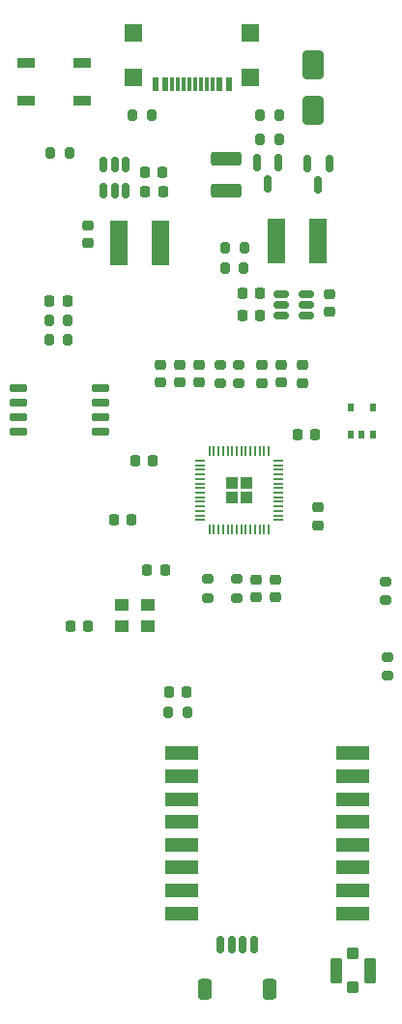
<source format=gtp>
G04 #@! TF.GenerationSoftware,KiCad,Pcbnew,9.0.4-9.0.4-0~ubuntu22.04.1*
G04 #@! TF.CreationDate,2025-09-21T20:46:50-04:00*
G04 #@! TF.ProjectId,Pico_RF_V1,5069636f-5f52-4465-9f56-312e6b696361,rev?*
G04 #@! TF.SameCoordinates,Original*
G04 #@! TF.FileFunction,Paste,Top*
G04 #@! TF.FilePolarity,Positive*
%FSLAX46Y46*%
G04 Gerber Fmt 4.6, Leading zero omitted, Abs format (unit mm)*
G04 Created by KiCad (PCBNEW 9.0.4-9.0.4-0~ubuntu22.04.1) date 2025-09-21 20:46:50*
%MOMM*%
%LPD*%
G01*
G04 APERTURE LIST*
G04 Aperture macros list*
%AMRoundRect*
0 Rectangle with rounded corners*
0 $1 Rounding radius*
0 $2 $3 $4 $5 $6 $7 $8 $9 X,Y pos of 4 corners*
0 Add a 4 corners polygon primitive as box body*
4,1,4,$2,$3,$4,$5,$6,$7,$8,$9,$2,$3,0*
0 Add four circle primitives for the rounded corners*
1,1,$1+$1,$2,$3*
1,1,$1+$1,$4,$5*
1,1,$1+$1,$6,$7*
1,1,$1+$1,$8,$9*
0 Add four rect primitives between the rounded corners*
20,1,$1+$1,$2,$3,$4,$5,0*
20,1,$1+$1,$4,$5,$6,$7,0*
20,1,$1+$1,$6,$7,$8,$9,0*
20,1,$1+$1,$8,$9,$2,$3,0*%
G04 Aperture macros list end*
%ADD10RoundRect,0.225000X0.225000X0.250000X-0.225000X0.250000X-0.225000X-0.250000X0.225000X-0.250000X0*%
%ADD11RoundRect,0.218750X0.218750X0.256250X-0.218750X0.256250X-0.218750X-0.256250X0.218750X-0.256250X0*%
%ADD12RoundRect,0.200000X-0.200000X-0.275000X0.200000X-0.275000X0.200000X0.275000X-0.200000X0.275000X0*%
%ADD13RoundRect,0.250000X1.075000X-0.375000X1.075000X0.375000X-1.075000X0.375000X-1.075000X-0.375000X0*%
%ADD14RoundRect,0.090000X0.660000X0.360000X-0.660000X0.360000X-0.660000X-0.360000X0.660000X-0.360000X0*%
%ADD15R,1.500000X4.000000*%
%ADD16RoundRect,0.200000X0.200000X0.275000X-0.200000X0.275000X-0.200000X-0.275000X0.200000X-0.275000X0*%
%ADD17RoundRect,0.250000X-0.292217X-0.292217X0.292217X-0.292217X0.292217X0.292217X-0.292217X0.292217X0*%
%ADD18RoundRect,0.050000X-0.387500X-0.050000X0.387500X-0.050000X0.387500X0.050000X-0.387500X0.050000X0*%
%ADD19RoundRect,0.050000X-0.050000X-0.387500X0.050000X-0.387500X0.050000X0.387500X-0.050000X0.387500X0*%
%ADD20RoundRect,0.200000X-0.275000X0.200000X-0.275000X-0.200000X0.275000X-0.200000X0.275000X0.200000X0*%
%ADD21RoundRect,0.150000X-0.150000X0.587500X-0.150000X-0.587500X0.150000X-0.587500X0.150000X0.587500X0*%
%ADD22RoundRect,0.100000X-0.400000X-0.400000X0.400000X-0.400000X0.400000X0.400000X-0.400000X0.400000X0*%
%ADD23RoundRect,0.105000X-0.420000X-0.995000X0.420000X-0.995000X0.420000X0.995000X-0.420000X0.995000X0*%
%ADD24RoundRect,0.225000X-0.250000X0.225000X-0.250000X-0.225000X0.250000X-0.225000X0.250000X0.225000X0*%
%ADD25RoundRect,0.250000X0.650000X-1.000000X0.650000X1.000000X-0.650000X1.000000X-0.650000X-1.000000X0*%
%ADD26RoundRect,0.225000X0.250000X-0.225000X0.250000X0.225000X-0.250000X0.225000X-0.250000X-0.225000X0*%
%ADD27RoundRect,0.150000X-0.650000X-0.150000X0.650000X-0.150000X0.650000X0.150000X-0.650000X0.150000X0*%
%ADD28RoundRect,0.218750X-0.218750X-0.256250X0.218750X-0.256250X0.218750X0.256250X-0.218750X0.256250X0*%
%ADD29RoundRect,0.150000X-0.512500X-0.150000X0.512500X-0.150000X0.512500X0.150000X-0.512500X0.150000X0*%
%ADD30R,0.550000X0.800000*%
%ADD31R,1.300000X1.050000*%
%ADD32RoundRect,0.225000X-0.225000X-0.250000X0.225000X-0.250000X0.225000X0.250000X-0.225000X0.250000X0*%
%ADD33RoundRect,0.150000X-0.150000X0.512500X-0.150000X-0.512500X0.150000X-0.512500X0.150000X0.512500X0*%
%ADD34RoundRect,0.150000X-0.150000X-0.625000X0.150000X-0.625000X0.150000X0.625000X-0.150000X0.625000X0*%
%ADD35RoundRect,0.250000X-0.350000X-0.650000X0.350000X-0.650000X0.350000X0.650000X-0.350000X0.650000X0*%
%ADD36R,0.600000X1.150000*%
%ADD37R,0.300000X1.150000*%
%ADD38R,1.500000X1.500000*%
%ADD39R,3.000000X1.200000*%
G04 APERTURE END LIST*
D10*
X114375000Y-116500000D03*
X112825000Y-116500000D03*
D11*
X123037500Y-122250000D03*
X121462500Y-122250000D03*
D12*
X118275000Y-71800000D03*
X119925000Y-71800000D03*
D13*
X126450000Y-78400000D03*
X126450000Y-75600000D03*
D14*
X113850000Y-70500000D03*
X113850000Y-67200000D03*
X108950000Y-67200000D03*
X108950000Y-70500000D03*
D15*
X130900000Y-82800000D03*
X134500000Y-82800000D03*
D16*
X131125000Y-73900000D03*
X129475000Y-73900000D03*
D12*
X111075000Y-75100000D03*
X112725000Y-75100000D03*
D17*
X126962500Y-103962500D03*
X126962500Y-105237500D03*
X128237500Y-103962500D03*
X128237500Y-105237500D03*
D18*
X124162500Y-102000000D03*
X124162500Y-102400000D03*
X124162500Y-102800000D03*
X124162500Y-103200000D03*
X124162500Y-103600000D03*
X124162500Y-104000000D03*
X124162500Y-104400000D03*
X124162500Y-104800000D03*
X124162500Y-105200000D03*
X124162500Y-105600000D03*
X124162500Y-106000000D03*
X124162500Y-106400000D03*
X124162500Y-106800000D03*
X124162500Y-107200000D03*
D19*
X125000000Y-108037500D03*
X125400000Y-108037500D03*
X125800000Y-108037500D03*
X126200000Y-108037500D03*
X126600000Y-108037500D03*
X127000000Y-108037500D03*
X127400000Y-108037500D03*
X127800000Y-108037500D03*
X128200000Y-108037500D03*
X128600000Y-108037500D03*
X129000000Y-108037500D03*
X129400000Y-108037500D03*
X129800000Y-108037500D03*
X130200000Y-108037500D03*
D18*
X131037500Y-107200000D03*
X131037500Y-106800000D03*
X131037500Y-106400000D03*
X131037500Y-106000000D03*
X131037500Y-105600000D03*
X131037500Y-105200000D03*
X131037500Y-104800000D03*
X131037500Y-104400000D03*
X131037500Y-104000000D03*
X131037500Y-103600000D03*
X131037500Y-103200000D03*
X131037500Y-102800000D03*
X131037500Y-102400000D03*
X131037500Y-102000000D03*
D19*
X130200000Y-101162500D03*
X129800000Y-101162500D03*
X129400000Y-101162500D03*
X129000000Y-101162500D03*
X128600000Y-101162500D03*
X128200000Y-101162500D03*
X127800000Y-101162500D03*
X127400000Y-101162500D03*
X127000000Y-101162500D03*
X126600000Y-101162500D03*
X126200000Y-101162500D03*
X125800000Y-101162500D03*
X125400000Y-101162500D03*
X125000000Y-101162500D03*
D20*
X127400000Y-112375000D03*
X127400000Y-114025000D03*
D21*
X135500000Y-76000000D03*
X133600000Y-76000000D03*
X134550000Y-77875000D03*
D22*
X137600000Y-145100000D03*
D23*
X139075000Y-146600000D03*
D22*
X137600000Y-148100000D03*
D23*
X136125000Y-146600000D03*
D24*
X129100000Y-112400000D03*
X129100000Y-113950000D03*
D25*
X134050000Y-71400000D03*
X134050000Y-67400000D03*
D26*
X133200000Y-95200000D03*
X133200000Y-93650000D03*
D20*
X140400000Y-112575000D03*
X140400000Y-114225000D03*
D27*
X108300000Y-95695000D03*
X108300000Y-96965000D03*
X108300000Y-98235000D03*
X108300000Y-99505000D03*
X115500000Y-99505000D03*
X115500000Y-98235000D03*
X115500000Y-96965000D03*
X115500000Y-95695000D03*
D28*
X111012500Y-88000000D03*
X112587500Y-88000000D03*
D20*
X140600000Y-119175000D03*
X140600000Y-120825000D03*
D12*
X129475000Y-71750000D03*
X131125000Y-71750000D03*
D15*
X120700000Y-83000000D03*
X117100000Y-83000000D03*
D26*
X129600000Y-95200000D03*
X129600000Y-93650000D03*
D10*
X129475000Y-89300000D03*
X127925000Y-89300000D03*
D24*
X130800000Y-112400000D03*
X130800000Y-113950000D03*
D10*
X129475000Y-87400000D03*
X127925000Y-87400000D03*
D12*
X110975000Y-89700000D03*
X112625000Y-89700000D03*
D26*
X124100000Y-95150000D03*
X124100000Y-93600000D03*
D20*
X126000000Y-93600000D03*
X126000000Y-95250000D03*
D10*
X118175000Y-107200000D03*
X116625000Y-107200000D03*
D26*
X122400000Y-95150000D03*
X122400000Y-93600000D03*
D12*
X126400000Y-83400000D03*
X128050000Y-83400000D03*
D10*
X120075000Y-102000000D03*
X118525000Y-102000000D03*
D29*
X131262500Y-87450000D03*
X131262500Y-88400000D03*
X131262500Y-89350000D03*
X133537500Y-89350000D03*
X133537500Y-88400000D03*
X133537500Y-87450000D03*
D24*
X114400000Y-81450000D03*
X114400000Y-83000000D03*
D30*
X137400000Y-99750000D03*
X138350000Y-99750000D03*
X139300000Y-99750000D03*
X139300000Y-97350000D03*
X137400000Y-97350000D03*
D31*
X117300000Y-116450000D03*
X119600000Y-116450000D03*
X119600000Y-114600000D03*
X117300000Y-114600000D03*
D16*
X128025000Y-85200000D03*
X126375000Y-85200000D03*
D32*
X119375000Y-76775000D03*
X120925000Y-76775000D03*
X119550000Y-111600000D03*
X121100000Y-111600000D03*
D20*
X127600000Y-93600000D03*
X127600000Y-95250000D03*
D12*
X121425000Y-124000000D03*
X123075000Y-124000000D03*
D24*
X135500000Y-87425000D03*
X135500000Y-88975000D03*
X134500000Y-106100000D03*
X134500000Y-107650000D03*
D33*
X117650000Y-76112500D03*
X116700000Y-76112500D03*
X115750000Y-76112500D03*
X115750000Y-78387500D03*
X116700000Y-78387500D03*
X117650000Y-78387500D03*
D34*
X125950000Y-144375000D03*
X126950000Y-144375000D03*
X127950000Y-144375000D03*
X128950000Y-144375000D03*
D35*
X124650000Y-148250000D03*
X130250000Y-148250000D03*
D20*
X124900000Y-112375000D03*
X124900000Y-114025000D03*
D21*
X131050000Y-75925000D03*
X129150000Y-75925000D03*
X130100000Y-77800000D03*
D26*
X120700000Y-95150000D03*
X120700000Y-93600000D03*
D36*
X126700000Y-69075000D03*
X125900000Y-69075000D03*
D37*
X124750000Y-69075000D03*
X123750000Y-69075000D03*
X123250000Y-69075000D03*
X122250000Y-69075000D03*
D36*
X121100000Y-69075000D03*
X120300000Y-69075000D03*
D37*
X121750000Y-69075000D03*
X122750000Y-69075000D03*
X124250000Y-69075000D03*
X125250000Y-69075000D03*
D38*
X128620000Y-68500000D03*
X118380000Y-68500000D03*
X128620000Y-64570000D03*
X118380000Y-64570000D03*
D32*
X119400000Y-78475000D03*
X120950000Y-78475000D03*
D26*
X131300000Y-95175000D03*
X131300000Y-93625000D03*
D16*
X112600000Y-91400000D03*
X110950000Y-91400000D03*
D39*
X122600000Y-127600000D03*
X122600000Y-129600000D03*
X122600000Y-131600000D03*
X122600000Y-133600000D03*
X122600000Y-135600000D03*
X122600000Y-137600000D03*
X122600000Y-139600000D03*
X122600000Y-141600000D03*
X137600000Y-141600000D03*
X137600000Y-139600000D03*
X137600000Y-137600000D03*
X137600000Y-135600000D03*
X137600000Y-133600000D03*
X137600000Y-131600000D03*
X137600000Y-129600000D03*
X137600000Y-127600000D03*
D32*
X132725000Y-99750000D03*
X134275000Y-99750000D03*
M02*

</source>
